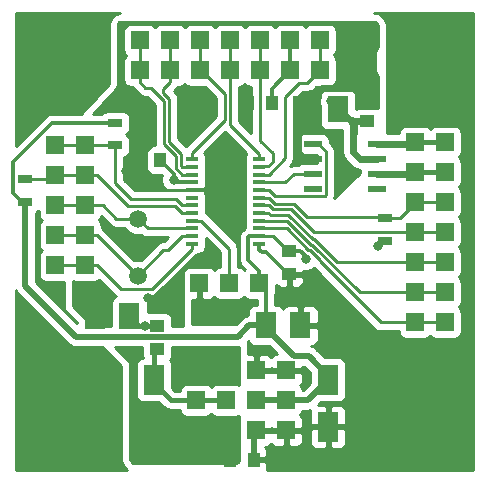
<source format=gbr>
G04 #@! TF.FileFunction,Copper,L2,Bot,Signal*
%FSLAX46Y46*%
G04 Gerber Fmt 4.6, Leading zero omitted, Abs format (unit mm)*
G04 Created by KiCad (PCBNEW 0.201512211246+6391~39~ubuntu15.10.1-stable) date St 23. prosinec 2015, 13:52:33 CET*
%MOMM*%
G01*
G04 APERTURE LIST*
%ADD10C,0.150000*%
%ADD11R,1.524000X1.524000*%
%ADD12R,1.800000X2.230000*%
%ADD13R,1.250000X1.000000*%
%ADD14R,1.000000X1.250000*%
%ADD15R,1.800860X2.499360*%
%ADD16C,6.000000*%
%ADD17R,1.300000X0.700000*%
%ADD18R,1.550000X0.600000*%
%ADD19R,1.100000X0.400000*%
%ADD20C,1.501140*%
%ADD21C,0.800000*%
%ADD22C,0.500000*%
%ADD23C,0.300000*%
%ADD24C,0.250000*%
%ADD25C,0.600000*%
%ADD26C,0.400000*%
%ADD27C,0.254000*%
G04 APERTURE END LIST*
D10*
D11*
X134033500Y-80202000D03*
X134033500Y-77662000D03*
D12*
X145082000Y-101792000D03*
X142162000Y-101792000D03*
D13*
X144130000Y-95458000D03*
X144130000Y-97458000D03*
X150734000Y-84504000D03*
X150734000Y-82504000D03*
D14*
X133192000Y-87822000D03*
X131192000Y-87822000D03*
D15*
X147432000Y-106397020D03*
X147432000Y-110394980D03*
X132700000Y-106397020D03*
X132700000Y-110394980D03*
D11*
X143876000Y-110682000D03*
X141336000Y-110682000D03*
X143876000Y-108142000D03*
X141336000Y-108142000D03*
X143876000Y-105602000D03*
X141336000Y-105602000D03*
X157338000Y-88838000D03*
X154798000Y-88838000D03*
X157338000Y-86298000D03*
X154798000Y-86298000D03*
X131493500Y-80202000D03*
X131493500Y-77662000D03*
X136573500Y-80202000D03*
X136573500Y-77662000D03*
X139113500Y-77662000D03*
X139113500Y-80202000D03*
X146748500Y-77660500D03*
X146748500Y-80200500D03*
X141653500Y-77662000D03*
X141653500Y-80202000D03*
X136510000Y-98236000D03*
X139050000Y-98236000D03*
X141590000Y-98236000D03*
X126858000Y-86552000D03*
X124318000Y-86552000D03*
X126858000Y-89092000D03*
X124318000Y-89092000D03*
X157338000Y-96458000D03*
X154798000Y-96458000D03*
X157338000Y-93918000D03*
X154798000Y-93918000D03*
X126858000Y-96712000D03*
X124318000Y-96712000D03*
X157338000Y-101538000D03*
X154798000Y-101538000D03*
X157338000Y-98998000D03*
X154798000Y-98998000D03*
X157338000Y-91378000D03*
X154798000Y-91378000D03*
X136256000Y-105602000D03*
X138796000Y-105602000D03*
X136256000Y-108142000D03*
X138796000Y-108142000D03*
X136256000Y-110682000D03*
X138796000Y-110682000D03*
X126858000Y-94172000D03*
X124318000Y-94172000D03*
X126858000Y-91632000D03*
X124318000Y-91632000D03*
D14*
X139144500Y-113157000D03*
X141144500Y-113157000D03*
D13*
X132954000Y-101808000D03*
X132954000Y-103808000D03*
D16*
X155560000Y-79440000D03*
X155560000Y-109920000D03*
X125080000Y-79440000D03*
X125080000Y-109920000D03*
D17*
X129398000Y-84652000D03*
X129398000Y-86552000D03*
X121778000Y-91312000D03*
X121778000Y-89412000D03*
X152258000Y-94614000D03*
X152258000Y-92714000D03*
D18*
X146129000Y-90235000D03*
X146129000Y-88965000D03*
X146129000Y-87695000D03*
X146129000Y-86425000D03*
X151529000Y-86425000D03*
X151529000Y-87695000D03*
X151529000Y-88965000D03*
X151529000Y-90235000D03*
D19*
X135885001Y-94881534D03*
X135885001Y-94231534D03*
X135885001Y-93581534D03*
X135885001Y-92931534D03*
X135885001Y-92281534D03*
X135885001Y-91631534D03*
X135885001Y-90981534D03*
X135885001Y-90331534D03*
X135885001Y-89681534D03*
X135885001Y-89031534D03*
X135885001Y-88381534D03*
X135885001Y-87731534D03*
X141585001Y-87731534D03*
X141585001Y-88381534D03*
X141585001Y-89031534D03*
X141585001Y-89681534D03*
X141585001Y-90331534D03*
X141585001Y-90981534D03*
X141585001Y-91631534D03*
X141585001Y-92281534D03*
X141585001Y-92931534D03*
X141585001Y-93581534D03*
X141585001Y-94231534D03*
X141585001Y-94881534D03*
D20*
X131303000Y-92747060D03*
X131303000Y-97628940D03*
D12*
X145337000Y-83504000D03*
X148257000Y-83504000D03*
X127684000Y-101030000D03*
X130604000Y-101030000D03*
D14*
X142668500Y-82931000D03*
X140668500Y-82931000D03*
D11*
X144208500Y-80200500D03*
X144208500Y-77660500D03*
X149288500Y-80200500D03*
X149288500Y-77660500D03*
D21*
X124079000Y-98996500D03*
X122809000Y-102298500D03*
X145542000Y-96139000D03*
X151623000Y-95061000D03*
X147701000Y-82804000D03*
X149542502Y-84582000D03*
X134351000Y-89472972D03*
X131886691Y-101808000D03*
X137731500Y-95885000D03*
X135826500Y-82931000D03*
X132334000Y-89789000D03*
X132207000Y-99504500D03*
X130937000Y-94996000D03*
X130873500Y-104219500D03*
X128333500Y-98933000D03*
X127684000Y-101030000D03*
X132700000Y-110394980D03*
X130287000Y-88711000D03*
X150431500Y-82550000D03*
X140447000Y-82869000D03*
X139431000Y-93029000D03*
X138669000Y-86298000D03*
X145337000Y-83504000D03*
X138033998Y-89600000D03*
D22*
X124079000Y-98996500D02*
X124269500Y-99187000D01*
X124269500Y-99187000D02*
X124269500Y-99377500D01*
X125080000Y-109920000D02*
X125080000Y-104569500D01*
X125080000Y-104569500D02*
X122809000Y-102298500D01*
X141144500Y-113157000D02*
X141144500Y-110873500D01*
X141144500Y-110873500D02*
X141336000Y-110682000D01*
D23*
X141585001Y-95381534D02*
X141822695Y-95619228D01*
X144130000Y-97458000D02*
X144005000Y-97458000D01*
X144005000Y-97458000D02*
X142166228Y-95619228D01*
X142166228Y-95619228D02*
X141822695Y-95619228D01*
X141585001Y-94881534D02*
X141585001Y-95381534D01*
X145055000Y-95458000D02*
X145542000Y-95945000D01*
X145542000Y-95945000D02*
X145542000Y-96139000D01*
X144130000Y-95458000D02*
X145055000Y-95458000D01*
X151623000Y-95061000D02*
X151811000Y-95061000D01*
X151811000Y-95061000D02*
X152258000Y-94614000D01*
D22*
X142162000Y-101792000D02*
X140762000Y-101792000D01*
X140762000Y-101792000D02*
X139795999Y-102758001D01*
X139795999Y-102758001D02*
X126046001Y-102758001D01*
X121778000Y-92162000D02*
X121778000Y-91312000D01*
X126046001Y-102758001D02*
X121778000Y-98490000D01*
X121778000Y-98490000D02*
X121778000Y-92162000D01*
X147432000Y-106397020D02*
X147432000Y-106047770D01*
X147432000Y-106047770D02*
X145774229Y-104389999D01*
X145774229Y-104389999D02*
X144544999Y-104389999D01*
X144544999Y-104389999D02*
X142162000Y-102007000D01*
X142162000Y-102007000D02*
X142162000Y-101792000D01*
X143876000Y-108142000D02*
X145687020Y-108142000D01*
X145687020Y-108142000D02*
X147432000Y-106397020D01*
X141336000Y-108142000D02*
X143876000Y-108142000D01*
D23*
X141585001Y-94231534D02*
X140735001Y-94231534D01*
X140735001Y-94231534D02*
X140685000Y-94281535D01*
X140685000Y-94281535D02*
X140685000Y-96269000D01*
X140685000Y-96269000D02*
X141590000Y-97174000D01*
X141590000Y-97174000D02*
X141590000Y-98236000D01*
X129398000Y-84652000D02*
X124063998Y-84652000D01*
X124063998Y-84652000D02*
X120777999Y-87937999D01*
X120777999Y-87937999D02*
X120777999Y-90611999D01*
X120777999Y-90611999D02*
X121478000Y-91312000D01*
X121478000Y-91312000D02*
X121778000Y-91312000D01*
D24*
X142778534Y-94231534D02*
X142385001Y-94231534D01*
X144130000Y-95458000D02*
X144005000Y-95458000D01*
X144005000Y-95458000D02*
X142778534Y-94231534D01*
X142385001Y-94231534D02*
X141585001Y-94231534D01*
D23*
X142162000Y-101792000D02*
X142162000Y-98808000D01*
X142162000Y-98808000D02*
X141590000Y-98236000D01*
D24*
X141590000Y-98236000D02*
X141590000Y-97224000D01*
D25*
X148100999Y-83203999D02*
X147701000Y-82804000D01*
X148354999Y-83521499D02*
X148354999Y-83457999D01*
X148354999Y-83457999D02*
X148100999Y-83203999D01*
X149337500Y-84504000D02*
X148672499Y-83838999D01*
X149591000Y-85536000D02*
X149591000Y-84757500D01*
X150734000Y-84504000D02*
X149337500Y-84504000D01*
X148354999Y-83621001D02*
X148354999Y-83521499D01*
X149591000Y-84757500D02*
X148672499Y-83838999D01*
X148257000Y-83719000D02*
X148354999Y-83621001D01*
X148672499Y-83838999D02*
X148354999Y-83521499D01*
X149542502Y-87083502D02*
X149542502Y-85147685D01*
X151529000Y-87695000D02*
X150154000Y-87695000D01*
X150154000Y-87695000D02*
X149542502Y-87083502D01*
X149542502Y-85147685D02*
X149542502Y-84582000D01*
D23*
X144208500Y-80200500D02*
X144208500Y-77660500D01*
X142668500Y-82931000D02*
X142668500Y-81740500D01*
X142668500Y-81740500D02*
X144208500Y-80200500D01*
D25*
X150609000Y-84504000D02*
X150734000Y-84504000D01*
D23*
X134351000Y-89472972D02*
X134559562Y-89681534D01*
X134559562Y-89681534D02*
X135885001Y-89681534D01*
X134351000Y-89472972D02*
X134351000Y-88981000D01*
X134351000Y-88981000D02*
X133192000Y-87822000D01*
D26*
X131886691Y-101808000D02*
X131382000Y-101808000D01*
X132954000Y-101808000D02*
X131886691Y-101808000D01*
X131382000Y-101808000D02*
X130604000Y-101030000D01*
D24*
X135885001Y-89681534D02*
X134926534Y-89681534D01*
X133192000Y-87947000D02*
X133192000Y-87822000D01*
D22*
X137165815Y-95885000D02*
X137731500Y-95885000D01*
X136392185Y-95885000D02*
X137165815Y-95885000D01*
X132207000Y-99504500D02*
X132772685Y-99504500D01*
X132772685Y-99504500D02*
X136392185Y-95885000D01*
D25*
X145337000Y-83504000D02*
X145337000Y-83289000D01*
X145337000Y-83289000D02*
X146912502Y-81713498D01*
X146912502Y-81713498D02*
X149594998Y-81713498D01*
X150031501Y-82150001D02*
X150431500Y-82550000D01*
X149594998Y-81713498D02*
X150031501Y-82150001D01*
D24*
X132733999Y-90188999D02*
X132334000Y-89789000D01*
X132876534Y-90331534D02*
X132733999Y-90188999D01*
X135885001Y-90331534D02*
X132876534Y-90331534D01*
D22*
X130937000Y-94996000D02*
X130937000Y-95377000D01*
X132700000Y-110394980D02*
X132700000Y-110045730D01*
X132700000Y-110045730D02*
X130873500Y-108219230D01*
X130873500Y-108219230D02*
X130873500Y-104219500D01*
D25*
X131176000Y-88711000D02*
X131176000Y-89838000D01*
X131176000Y-89838000D02*
X131192000Y-89854000D01*
D22*
X138796000Y-110682000D02*
X138796000Y-112808500D01*
X138796000Y-112808500D02*
X139144500Y-113157000D01*
X128166000Y-98933000D02*
X128333500Y-98933000D01*
X127684000Y-99415000D02*
X128166000Y-98933000D01*
X127684000Y-101030000D02*
X127684000Y-99415000D01*
D25*
X131176000Y-88711000D02*
X131176000Y-87838000D01*
X131176000Y-87838000D02*
X131192000Y-87822000D01*
X130287000Y-88711000D02*
X131176000Y-88711000D01*
X150477500Y-82504000D02*
X150431500Y-82550000D01*
X150734000Y-82504000D02*
X150477500Y-82504000D01*
D23*
X139031001Y-92629001D02*
X139431000Y-93029000D01*
X138033998Y-91631998D02*
X139031001Y-92629001D01*
X138033998Y-89600000D02*
X138033998Y-91631998D01*
X138033998Y-89600000D02*
X138033998Y-86933002D01*
X138033998Y-86933002D02*
X138669000Y-86298000D01*
D25*
X145337000Y-83504000D02*
X145337000Y-85219000D01*
X145337000Y-85219000D02*
X144853999Y-85702001D01*
X144853999Y-85702001D02*
X144853999Y-87125001D01*
X144853999Y-87125001D02*
X145423998Y-87695000D01*
X145423998Y-87695000D02*
X146129000Y-87695000D01*
D23*
X137302464Y-90331534D02*
X137633999Y-89999999D01*
X135885001Y-90331534D02*
X137302464Y-90331534D01*
X137633999Y-89999999D02*
X138033998Y-89600000D01*
D25*
X151529000Y-88965000D02*
X154671000Y-88965000D01*
X154671000Y-88965000D02*
X154798000Y-88838000D01*
D26*
X154798000Y-88838000D02*
X157338000Y-88838000D01*
D25*
X151529000Y-86425000D02*
X154671000Y-86425000D01*
X154671000Y-86425000D02*
X154798000Y-86298000D01*
D26*
X154798000Y-86298000D02*
X157338000Y-86298000D01*
D24*
X131493500Y-80202000D02*
X131493500Y-81214000D01*
X131493500Y-81214000D02*
X131940500Y-81661000D01*
X131940500Y-81661000D02*
X132397500Y-81661000D01*
X132397500Y-81661000D02*
X133540500Y-82804000D01*
X133540500Y-82804000D02*
X133540500Y-86460498D01*
X133540500Y-86460498D02*
X134559991Y-87479989D01*
X134559991Y-88506524D02*
X135085001Y-89031534D01*
X134559991Y-87479989D02*
X134559991Y-88506524D01*
X135085001Y-89031534D02*
X135885001Y-89031534D01*
X131493500Y-80202000D02*
X131493500Y-79190000D01*
X131493500Y-79190000D02*
X131493500Y-77662000D01*
X134033500Y-80202000D02*
X134033500Y-79190000D01*
X134033500Y-79190000D02*
X134033500Y-77662000D01*
X134033500Y-80202000D02*
X134033500Y-81214000D01*
X134033500Y-81214000D02*
X133477000Y-81770500D01*
X133477000Y-81770500D02*
X133477000Y-82104090D01*
X133477000Y-82104090D02*
X133990510Y-82617600D01*
X133990510Y-82617600D02*
X133990510Y-86274098D01*
X133990510Y-86274098D02*
X135010000Y-87293588D01*
X135010000Y-87293588D02*
X135010000Y-88306533D01*
X135010000Y-88306533D02*
X135085001Y-88381534D01*
X135085001Y-88381534D02*
X135885001Y-88381534D01*
X136573500Y-80202000D02*
X136573500Y-77662000D01*
X136573500Y-80202000D02*
X136653500Y-80202000D01*
X138669000Y-82217500D02*
X138669000Y-84393000D01*
X136653500Y-80202000D02*
X138669000Y-82217500D01*
X138669000Y-84393000D02*
X135885001Y-87176999D01*
X135885001Y-87176999D02*
X135885001Y-87731534D01*
X136573500Y-80202000D02*
X136573500Y-80249000D01*
X136827500Y-80456000D02*
X136573500Y-80202000D01*
X139113500Y-80202000D02*
X139113500Y-79190000D01*
X139113500Y-79190000D02*
X139113500Y-77662000D01*
X139113500Y-80202000D02*
X139113500Y-81214000D01*
X139113500Y-81214000D02*
X139128500Y-81229000D01*
X139128500Y-81229000D02*
X139128500Y-84825033D01*
X139128500Y-84825033D02*
X141585001Y-87281534D01*
X141585001Y-87281534D02*
X141585001Y-87731534D01*
X146748500Y-80200500D02*
X146748500Y-79188500D01*
X146748500Y-79188500D02*
X146748500Y-77660500D01*
X141585001Y-89031534D02*
X142385001Y-89031534D01*
X144953497Y-81287501D02*
X145661499Y-81287501D01*
X142385001Y-89031534D02*
X143764000Y-87652535D01*
X143764000Y-87652535D02*
X143764000Y-82476998D01*
X143764000Y-82476998D02*
X144953497Y-81287501D01*
X145661499Y-81287501D02*
X146748500Y-80200500D01*
X141653500Y-86154500D02*
X142733000Y-87234000D01*
X142733000Y-87234000D02*
X142733000Y-87918537D01*
X141653500Y-80202000D02*
X141653500Y-86154500D01*
X141653500Y-77662000D02*
X141653500Y-78674000D01*
X141653500Y-78674000D02*
X141653500Y-80202000D01*
X141160011Y-88306544D02*
X142344993Y-88306544D01*
X142344993Y-88306544D02*
X142733000Y-87918537D01*
X141585001Y-88381534D02*
X141160011Y-88381534D01*
X141160011Y-88381534D02*
X141160011Y-88306544D01*
X135885001Y-92931534D02*
X136685001Y-92931534D01*
X136685001Y-92931534D02*
X139050000Y-95296533D01*
X139050000Y-95296533D02*
X139050000Y-97224000D01*
X139050000Y-97224000D02*
X139050000Y-98236000D01*
X135885001Y-91631534D02*
X135085001Y-91631534D01*
X130751998Y-91124000D02*
X129398000Y-89770002D01*
X135085001Y-91631534D02*
X134577467Y-91124000D01*
X134577467Y-91124000D02*
X130751998Y-91124000D01*
X129398000Y-89770002D02*
X129398000Y-87152000D01*
X129398000Y-87152000D02*
X129398000Y-86552000D01*
X126858000Y-86552000D02*
X124318000Y-86552000D01*
X129398000Y-86552000D02*
X128498000Y-86552000D01*
X128498000Y-86552000D02*
X126858000Y-86552000D01*
X124318000Y-89092000D02*
X125330000Y-89092000D01*
X125330000Y-89092000D02*
X126858000Y-89092000D01*
X121778000Y-89412000D02*
X123998000Y-89412000D01*
X123998000Y-89412000D02*
X124318000Y-89092000D01*
X126858000Y-89092000D02*
X127870000Y-89092000D01*
X134474956Y-91671489D02*
X135085001Y-92281534D01*
X127870000Y-89092000D02*
X130449489Y-91671489D01*
X130449489Y-91671489D02*
X134474956Y-91671489D01*
X135085001Y-92281534D02*
X135885001Y-92281534D01*
X153786000Y-96458000D02*
X154798000Y-96458000D01*
X146168801Y-94513977D02*
X146262801Y-94513977D01*
X141585001Y-92281534D02*
X142385001Y-92281534D01*
X142508489Y-92405022D02*
X144059846Y-92405022D01*
X146262801Y-94513977D02*
X148206824Y-96458000D01*
X144059846Y-92405022D02*
X146168801Y-94513977D01*
X148206824Y-96458000D02*
X153786000Y-96458000D01*
X142385001Y-92281534D02*
X142508489Y-92405022D01*
X154798000Y-96458000D02*
X155810000Y-96458000D01*
X155810000Y-96458000D02*
X157338000Y-96458000D01*
X151909999Y-93888999D02*
X153756999Y-93888999D01*
X151880998Y-93918000D02*
X151909999Y-93888999D01*
X144269007Y-91955011D02*
X146231996Y-93918000D01*
X146231996Y-93918000D02*
X151880998Y-93918000D01*
X142722067Y-91955011D02*
X144269007Y-91955011D01*
X141585001Y-91631534D02*
X142398590Y-91631534D01*
X142398590Y-91631534D02*
X142722067Y-91955011D01*
X153786000Y-93918000D02*
X154798000Y-93918000D01*
X153756999Y-93888999D02*
X153786000Y-93918000D01*
X157338000Y-93918000D02*
X154798000Y-93918000D01*
X126858000Y-96712000D02*
X124318000Y-96712000D01*
X126858000Y-96712000D02*
X127870000Y-96712000D01*
X127870000Y-96712000D02*
X129862511Y-98704511D01*
X132512024Y-98704511D02*
X135885001Y-95331534D01*
X129862511Y-98704511D02*
X132512024Y-98704511D01*
X135885001Y-95331534D02*
X135885001Y-94881534D01*
X145751588Y-95413999D02*
X145890001Y-95413999D01*
X141585001Y-93581534D02*
X143919123Y-93581534D01*
X153786000Y-101538000D02*
X154798000Y-101538000D01*
X145890001Y-95413999D02*
X146711501Y-96235499D01*
X146711501Y-96373912D02*
X151875589Y-101538000D01*
X146711501Y-96235499D02*
X146711501Y-96373912D01*
X151875589Y-101538000D02*
X153786000Y-101538000D01*
X143919123Y-93581534D02*
X145751588Y-95413999D01*
X154798000Y-101538000D02*
X155810000Y-101538000D01*
X155810000Y-101538000D02*
X157338000Y-101538000D01*
X142385001Y-92931534D02*
X141585001Y-92931534D01*
X146076401Y-94963988D02*
X145937988Y-94963988D01*
X150110413Y-98998000D02*
X146076401Y-94963988D01*
X143905534Y-92931534D02*
X142385001Y-92931534D01*
X154798000Y-98998000D02*
X150110413Y-98998000D01*
X145937988Y-94963988D02*
X143905534Y-92931534D01*
X157338000Y-98998000D02*
X154798000Y-98998000D01*
X154798000Y-91391500D02*
X153475500Y-92714000D01*
X153475500Y-92714000D02*
X152258000Y-92714000D01*
X154798000Y-91378000D02*
X154798000Y-91391500D01*
X152512000Y-92648000D02*
X145654000Y-92648000D01*
X145654000Y-92648000D02*
X144511000Y-91505000D01*
X144511000Y-91505000D02*
X142908467Y-91505000D01*
X142908467Y-91505000D02*
X142385001Y-90981534D01*
X142385001Y-90981534D02*
X141585001Y-90981534D01*
X154798000Y-91378000D02*
X155810000Y-91378000D01*
X155810000Y-91378000D02*
X157338000Y-91378000D01*
X124318000Y-94172000D02*
X125330000Y-94172000D01*
X125330000Y-94172000D02*
X126858000Y-94172000D01*
X131303000Y-97628940D02*
X127846060Y-94172000D01*
X127846060Y-94172000D02*
X126858000Y-94172000D01*
X133874535Y-95442000D02*
X133489940Y-95442000D01*
X133489940Y-95442000D02*
X131303000Y-97628940D01*
X135085001Y-94231534D02*
X133874535Y-95442000D01*
X135885001Y-94231534D02*
X135085001Y-94231534D01*
X126858000Y-91632000D02*
X125846000Y-91632000D01*
X125846000Y-91632000D02*
X124318000Y-91632000D01*
X129497060Y-92747060D02*
X128382000Y-91632000D01*
X128382000Y-91632000D02*
X126858000Y-91632000D01*
X131303000Y-92747060D02*
X129497060Y-92747060D01*
X135885001Y-93581534D02*
X132137474Y-93581534D01*
X132137474Y-93581534D02*
X131303000Y-92747060D01*
X143794466Y-89681534D02*
X144511000Y-88965000D01*
X144511000Y-88965000D02*
X146129000Y-88965000D01*
X143794466Y-89681534D02*
X141585001Y-89681534D01*
X142913468Y-90860001D02*
X147164001Y-90860001D01*
X147164001Y-90860001D02*
X147229001Y-90795001D01*
X147229001Y-90795001D02*
X147229001Y-87050001D01*
X147229001Y-87050001D02*
X146604000Y-86425000D01*
X146604000Y-86425000D02*
X146129000Y-86425000D01*
X141585001Y-90331534D02*
X142385001Y-90331534D01*
X142385001Y-90331534D02*
X142913468Y-90860001D01*
D26*
X132700000Y-106397020D02*
X132700000Y-104062000D01*
X132700000Y-104062000D02*
X132954000Y-103808000D01*
X136256000Y-108142000D02*
X134095730Y-108142000D01*
X134095730Y-108142000D02*
X132700000Y-106746270D01*
X132700000Y-106746270D02*
X132700000Y-106397020D01*
X138796000Y-108142000D02*
X136256000Y-108142000D01*
D27*
G36*
X121125841Y-99076326D02*
X121152210Y-99115790D01*
X125420209Y-103383788D01*
X125420211Y-103383791D01*
X125707326Y-103575634D01*
X125763517Y-103586811D01*
X126046001Y-103643002D01*
X126046006Y-103643001D01*
X128288157Y-103643001D01*
X129921000Y-105233433D01*
X129921000Y-113101500D01*
X129933201Y-113225381D01*
X129971261Y-113416723D01*
X130066078Y-113645632D01*
X130174465Y-113807843D01*
X130349657Y-113983035D01*
X130428924Y-114036000D01*
X120964000Y-114036000D01*
X120964000Y-98834112D01*
X121125841Y-99076326D01*
X121125841Y-99076326D01*
G37*
X121125841Y-99076326D02*
X121152210Y-99115790D01*
X125420209Y-103383788D01*
X125420211Y-103383791D01*
X125707326Y-103575634D01*
X125763517Y-103586811D01*
X126046001Y-103643002D01*
X126046006Y-103643001D01*
X128288157Y-103643001D01*
X129921000Y-105233433D01*
X129921000Y-113101500D01*
X129933201Y-113225381D01*
X129971261Y-113416723D01*
X130066078Y-113645632D01*
X130174465Y-113807843D01*
X130349657Y-113983035D01*
X130428924Y-114036000D01*
X120964000Y-114036000D01*
X120964000Y-98834112D01*
X121125841Y-99076326D01*
G36*
X159676000Y-114036000D02*
X142226609Y-114036000D01*
X142279500Y-113908310D01*
X142279500Y-113442750D01*
X142120750Y-113284000D01*
X141271500Y-113284000D01*
X141271500Y-113304000D01*
X141017500Y-113304000D01*
X141017500Y-113284000D01*
X140997500Y-113284000D01*
X140997500Y-113030000D01*
X141017500Y-113030000D01*
X141017500Y-113010000D01*
X141271500Y-113010000D01*
X141271500Y-113030000D01*
X142120750Y-113030000D01*
X142279500Y-112871250D01*
X142279500Y-112405690D01*
X142182827Y-112172301D01*
X142089525Y-112079000D01*
X142224309Y-112079000D01*
X142457698Y-111982327D01*
X142606000Y-111834026D01*
X142754302Y-111982327D01*
X142987691Y-112079000D01*
X143590250Y-112079000D01*
X143749000Y-111920250D01*
X143749000Y-110809000D01*
X144003000Y-110809000D01*
X144003000Y-111920250D01*
X144161750Y-112079000D01*
X144764309Y-112079000D01*
X144997698Y-111982327D01*
X145176327Y-111803699D01*
X145273000Y-111570310D01*
X145273000Y-110967750D01*
X145114250Y-110809000D01*
X144003000Y-110809000D01*
X143749000Y-110809000D01*
X142637750Y-110809000D01*
X142606000Y-110840750D01*
X142574250Y-110809000D01*
X141463000Y-110809000D01*
X141463000Y-110829000D01*
X141209000Y-110829000D01*
X141209000Y-110809000D01*
X141189000Y-110809000D01*
X141189000Y-110680730D01*
X145896570Y-110680730D01*
X145896570Y-111770969D01*
X145993243Y-112004358D01*
X146171871Y-112182987D01*
X146405260Y-112279660D01*
X147146250Y-112279660D01*
X147305000Y-112120910D01*
X147305000Y-110521980D01*
X147559000Y-110521980D01*
X147559000Y-112120910D01*
X147717750Y-112279660D01*
X148458740Y-112279660D01*
X148692129Y-112182987D01*
X148870757Y-112004358D01*
X148967430Y-111770969D01*
X148967430Y-110680730D01*
X148808680Y-110521980D01*
X147559000Y-110521980D01*
X147305000Y-110521980D01*
X146055320Y-110521980D01*
X145896570Y-110680730D01*
X141189000Y-110680730D01*
X141189000Y-110555000D01*
X141209000Y-110555000D01*
X141209000Y-110535000D01*
X141463000Y-110535000D01*
X141463000Y-110555000D01*
X142574250Y-110555000D01*
X142606000Y-110523250D01*
X142637750Y-110555000D01*
X143749000Y-110555000D01*
X143749000Y-110535000D01*
X144003000Y-110535000D01*
X144003000Y-110555000D01*
X145114250Y-110555000D01*
X145273000Y-110396250D01*
X145273000Y-109793690D01*
X145176327Y-109560301D01*
X145025354Y-109409329D01*
X145089441Y-109368090D01*
X145234431Y-109155890D01*
X145260532Y-109027000D01*
X145687015Y-109027000D01*
X145687020Y-109027001D01*
X145911770Y-108982294D01*
X145896570Y-109018991D01*
X145896570Y-110109230D01*
X146055320Y-110267980D01*
X147305000Y-110267980D01*
X147305000Y-108669050D01*
X147559000Y-108669050D01*
X147559000Y-110267980D01*
X148808680Y-110267980D01*
X148967430Y-110109230D01*
X148967430Y-109018991D01*
X148870757Y-108785602D01*
X148692129Y-108606973D01*
X148458740Y-108510300D01*
X147717750Y-108510300D01*
X147559000Y-108669050D01*
X147305000Y-108669050D01*
X147146250Y-108510300D01*
X146570300Y-108510300D01*
X146786460Y-108294140D01*
X148332430Y-108294140D01*
X148567747Y-108249862D01*
X148783871Y-108110790D01*
X148928861Y-107898590D01*
X148979870Y-107646700D01*
X148979870Y-105147340D01*
X148935592Y-104912023D01*
X148796520Y-104695899D01*
X148584320Y-104550909D01*
X148332430Y-104499900D01*
X147135710Y-104499900D01*
X146400019Y-103764209D01*
X146367468Y-103742459D01*
X146112904Y-103572366D01*
X146056713Y-103561189D01*
X145960246Y-103542000D01*
X146108309Y-103542000D01*
X146341698Y-103445327D01*
X146520327Y-103266699D01*
X146617000Y-103033310D01*
X146617000Y-102077750D01*
X146458250Y-101919000D01*
X145209000Y-101919000D01*
X145209000Y-101939000D01*
X144955000Y-101939000D01*
X144955000Y-101919000D01*
X144935000Y-101919000D01*
X144935000Y-101665000D01*
X144955000Y-101665000D01*
X144955000Y-100200750D01*
X145209000Y-100200750D01*
X145209000Y-101665000D01*
X146458250Y-101665000D01*
X146617000Y-101506250D01*
X146617000Y-100550690D01*
X146520327Y-100317301D01*
X146341698Y-100138673D01*
X146108309Y-100042000D01*
X145367750Y-100042000D01*
X145209000Y-100200750D01*
X144955000Y-100200750D01*
X144796250Y-100042000D01*
X144055691Y-100042000D01*
X143822302Y-100138673D01*
X143643673Y-100317301D01*
X143620744Y-100372656D01*
X143526090Y-100225559D01*
X143313890Y-100080569D01*
X143062000Y-100029560D01*
X142947000Y-100029560D01*
X142947000Y-99251984D01*
X142948431Y-99249890D01*
X142999440Y-98998000D01*
X142999440Y-98350465D01*
X143145301Y-98496327D01*
X143378690Y-98593000D01*
X143844250Y-98593000D01*
X144003000Y-98434250D01*
X144003000Y-97585000D01*
X144257000Y-97585000D01*
X144257000Y-98434250D01*
X144415750Y-98593000D01*
X144881310Y-98593000D01*
X145114699Y-98496327D01*
X145293327Y-98317698D01*
X145390000Y-98084309D01*
X145390000Y-97743750D01*
X145231250Y-97585000D01*
X144257000Y-97585000D01*
X144003000Y-97585000D01*
X143983000Y-97585000D01*
X143983000Y-97331000D01*
X144003000Y-97331000D01*
X144003000Y-97311000D01*
X144257000Y-97311000D01*
X144257000Y-97331000D01*
X145231250Y-97331000D01*
X145388384Y-97173866D01*
X145746971Y-97174179D01*
X146127515Y-97016942D01*
X146203688Y-96940901D01*
X151338188Y-102075401D01*
X151584749Y-102240148D01*
X151875589Y-102298000D01*
X153388560Y-102298000D01*
X153388560Y-102300000D01*
X153432838Y-102535317D01*
X153571910Y-102751441D01*
X153784110Y-102896431D01*
X154036000Y-102947440D01*
X155560000Y-102947440D01*
X155795317Y-102903162D01*
X156011441Y-102764090D01*
X156067374Y-102682230D01*
X156111910Y-102751441D01*
X156324110Y-102896431D01*
X156576000Y-102947440D01*
X158100000Y-102947440D01*
X158335317Y-102903162D01*
X158551441Y-102764090D01*
X158696431Y-102551890D01*
X158747440Y-102300000D01*
X158747440Y-100776000D01*
X158703162Y-100540683D01*
X158564090Y-100324559D01*
X158482230Y-100268626D01*
X158551441Y-100224090D01*
X158696431Y-100011890D01*
X158747440Y-99760000D01*
X158747440Y-98236000D01*
X158703162Y-98000683D01*
X158564090Y-97784559D01*
X158482230Y-97728626D01*
X158551441Y-97684090D01*
X158696431Y-97471890D01*
X158747440Y-97220000D01*
X158747440Y-95696000D01*
X158703162Y-95460683D01*
X158564090Y-95244559D01*
X158482230Y-95188626D01*
X158551441Y-95144090D01*
X158696431Y-94931890D01*
X158747440Y-94680000D01*
X158747440Y-93156000D01*
X158703162Y-92920683D01*
X158564090Y-92704559D01*
X158482230Y-92648626D01*
X158551441Y-92604090D01*
X158696431Y-92391890D01*
X158747440Y-92140000D01*
X158747440Y-90616000D01*
X158703162Y-90380683D01*
X158564090Y-90164559D01*
X158482230Y-90108626D01*
X158551441Y-90064090D01*
X158696431Y-89851890D01*
X158747440Y-89600000D01*
X158747440Y-88076000D01*
X158703162Y-87840683D01*
X158564090Y-87624559D01*
X158482230Y-87568626D01*
X158551441Y-87524090D01*
X158696431Y-87311890D01*
X158747440Y-87060000D01*
X158747440Y-85536000D01*
X158703162Y-85300683D01*
X158564090Y-85084559D01*
X158351890Y-84939569D01*
X158100000Y-84888560D01*
X156576000Y-84888560D01*
X156340683Y-84932838D01*
X156124559Y-85071910D01*
X156068626Y-85153770D01*
X156024090Y-85084559D01*
X155811890Y-84939569D01*
X155560000Y-84888560D01*
X154036000Y-84888560D01*
X153800683Y-84932838D01*
X153584559Y-85071910D01*
X153439569Y-85284110D01*
X153397875Y-85490000D01*
X152400000Y-85490000D01*
X152400000Y-76453149D01*
X152387809Y-76329317D01*
X152349780Y-76138052D01*
X152255042Y-75909228D01*
X152146741Y-75747057D01*
X151971677Y-75571877D01*
X151809578Y-75463468D01*
X151580814Y-75368577D01*
X151389574Y-75330422D01*
X151324782Y-75324000D01*
X159676000Y-75324000D01*
X159676000Y-114036000D01*
X159676000Y-114036000D01*
G37*
X159676000Y-114036000D02*
X142226609Y-114036000D01*
X142279500Y-113908310D01*
X142279500Y-113442750D01*
X142120750Y-113284000D01*
X141271500Y-113284000D01*
X141271500Y-113304000D01*
X141017500Y-113304000D01*
X141017500Y-113284000D01*
X140997500Y-113284000D01*
X140997500Y-113030000D01*
X141017500Y-113030000D01*
X141017500Y-113010000D01*
X141271500Y-113010000D01*
X141271500Y-113030000D01*
X142120750Y-113030000D01*
X142279500Y-112871250D01*
X142279500Y-112405690D01*
X142182827Y-112172301D01*
X142089525Y-112079000D01*
X142224309Y-112079000D01*
X142457698Y-111982327D01*
X142606000Y-111834026D01*
X142754302Y-111982327D01*
X142987691Y-112079000D01*
X143590250Y-112079000D01*
X143749000Y-111920250D01*
X143749000Y-110809000D01*
X144003000Y-110809000D01*
X144003000Y-111920250D01*
X144161750Y-112079000D01*
X144764309Y-112079000D01*
X144997698Y-111982327D01*
X145176327Y-111803699D01*
X145273000Y-111570310D01*
X145273000Y-110967750D01*
X145114250Y-110809000D01*
X144003000Y-110809000D01*
X143749000Y-110809000D01*
X142637750Y-110809000D01*
X142606000Y-110840750D01*
X142574250Y-110809000D01*
X141463000Y-110809000D01*
X141463000Y-110829000D01*
X141209000Y-110829000D01*
X141209000Y-110809000D01*
X141189000Y-110809000D01*
X141189000Y-110680730D01*
X145896570Y-110680730D01*
X145896570Y-111770969D01*
X145993243Y-112004358D01*
X146171871Y-112182987D01*
X146405260Y-112279660D01*
X147146250Y-112279660D01*
X147305000Y-112120910D01*
X147305000Y-110521980D01*
X147559000Y-110521980D01*
X147559000Y-112120910D01*
X147717750Y-112279660D01*
X148458740Y-112279660D01*
X148692129Y-112182987D01*
X148870757Y-112004358D01*
X148967430Y-111770969D01*
X148967430Y-110680730D01*
X148808680Y-110521980D01*
X147559000Y-110521980D01*
X147305000Y-110521980D01*
X146055320Y-110521980D01*
X145896570Y-110680730D01*
X141189000Y-110680730D01*
X141189000Y-110555000D01*
X141209000Y-110555000D01*
X141209000Y-110535000D01*
X141463000Y-110535000D01*
X141463000Y-110555000D01*
X142574250Y-110555000D01*
X142606000Y-110523250D01*
X142637750Y-110555000D01*
X143749000Y-110555000D01*
X143749000Y-110535000D01*
X144003000Y-110535000D01*
X144003000Y-110555000D01*
X145114250Y-110555000D01*
X145273000Y-110396250D01*
X145273000Y-109793690D01*
X145176327Y-109560301D01*
X145025354Y-109409329D01*
X145089441Y-109368090D01*
X145234431Y-109155890D01*
X145260532Y-109027000D01*
X145687015Y-109027000D01*
X145687020Y-109027001D01*
X145911770Y-108982294D01*
X145896570Y-109018991D01*
X145896570Y-110109230D01*
X146055320Y-110267980D01*
X147305000Y-110267980D01*
X147305000Y-108669050D01*
X147559000Y-108669050D01*
X147559000Y-110267980D01*
X148808680Y-110267980D01*
X148967430Y-110109230D01*
X148967430Y-109018991D01*
X148870757Y-108785602D01*
X148692129Y-108606973D01*
X148458740Y-108510300D01*
X147717750Y-108510300D01*
X147559000Y-108669050D01*
X147305000Y-108669050D01*
X147146250Y-108510300D01*
X146570300Y-108510300D01*
X146786460Y-108294140D01*
X148332430Y-108294140D01*
X148567747Y-108249862D01*
X148783871Y-108110790D01*
X148928861Y-107898590D01*
X148979870Y-107646700D01*
X148979870Y-105147340D01*
X148935592Y-104912023D01*
X148796520Y-104695899D01*
X148584320Y-104550909D01*
X148332430Y-104499900D01*
X147135710Y-104499900D01*
X146400019Y-103764209D01*
X146367468Y-103742459D01*
X146112904Y-103572366D01*
X146056713Y-103561189D01*
X145960246Y-103542000D01*
X146108309Y-103542000D01*
X146341698Y-103445327D01*
X146520327Y-103266699D01*
X146617000Y-103033310D01*
X146617000Y-102077750D01*
X146458250Y-101919000D01*
X145209000Y-101919000D01*
X145209000Y-101939000D01*
X144955000Y-101939000D01*
X144955000Y-101919000D01*
X144935000Y-101919000D01*
X144935000Y-101665000D01*
X144955000Y-101665000D01*
X144955000Y-100200750D01*
X145209000Y-100200750D01*
X145209000Y-101665000D01*
X146458250Y-101665000D01*
X146617000Y-101506250D01*
X146617000Y-100550690D01*
X146520327Y-100317301D01*
X146341698Y-100138673D01*
X146108309Y-100042000D01*
X145367750Y-100042000D01*
X145209000Y-100200750D01*
X144955000Y-100200750D01*
X144796250Y-100042000D01*
X144055691Y-100042000D01*
X143822302Y-100138673D01*
X143643673Y-100317301D01*
X143620744Y-100372656D01*
X143526090Y-100225559D01*
X143313890Y-100080569D01*
X143062000Y-100029560D01*
X142947000Y-100029560D01*
X142947000Y-99251984D01*
X142948431Y-99249890D01*
X142999440Y-98998000D01*
X142999440Y-98350465D01*
X143145301Y-98496327D01*
X143378690Y-98593000D01*
X143844250Y-98593000D01*
X144003000Y-98434250D01*
X144003000Y-97585000D01*
X144257000Y-97585000D01*
X144257000Y-98434250D01*
X144415750Y-98593000D01*
X144881310Y-98593000D01*
X145114699Y-98496327D01*
X145293327Y-98317698D01*
X145390000Y-98084309D01*
X145390000Y-97743750D01*
X145231250Y-97585000D01*
X144257000Y-97585000D01*
X144003000Y-97585000D01*
X143983000Y-97585000D01*
X143983000Y-97331000D01*
X144003000Y-97331000D01*
X144003000Y-97311000D01*
X144257000Y-97311000D01*
X144257000Y-97331000D01*
X145231250Y-97331000D01*
X145388384Y-97173866D01*
X145746971Y-97174179D01*
X146127515Y-97016942D01*
X146203688Y-96940901D01*
X151338188Y-102075401D01*
X151584749Y-102240148D01*
X151875589Y-102298000D01*
X153388560Y-102298000D01*
X153388560Y-102300000D01*
X153432838Y-102535317D01*
X153571910Y-102751441D01*
X153784110Y-102896431D01*
X154036000Y-102947440D01*
X155560000Y-102947440D01*
X155795317Y-102903162D01*
X156011441Y-102764090D01*
X156067374Y-102682230D01*
X156111910Y-102751441D01*
X156324110Y-102896431D01*
X156576000Y-102947440D01*
X158100000Y-102947440D01*
X158335317Y-102903162D01*
X158551441Y-102764090D01*
X158696431Y-102551890D01*
X158747440Y-102300000D01*
X158747440Y-100776000D01*
X158703162Y-100540683D01*
X158564090Y-100324559D01*
X158482230Y-100268626D01*
X158551441Y-100224090D01*
X158696431Y-100011890D01*
X158747440Y-99760000D01*
X158747440Y-98236000D01*
X158703162Y-98000683D01*
X158564090Y-97784559D01*
X158482230Y-97728626D01*
X158551441Y-97684090D01*
X158696431Y-97471890D01*
X158747440Y-97220000D01*
X158747440Y-95696000D01*
X158703162Y-95460683D01*
X158564090Y-95244559D01*
X158482230Y-95188626D01*
X158551441Y-95144090D01*
X158696431Y-94931890D01*
X158747440Y-94680000D01*
X158747440Y-93156000D01*
X158703162Y-92920683D01*
X158564090Y-92704559D01*
X158482230Y-92648626D01*
X158551441Y-92604090D01*
X158696431Y-92391890D01*
X158747440Y-92140000D01*
X158747440Y-90616000D01*
X158703162Y-90380683D01*
X158564090Y-90164559D01*
X158482230Y-90108626D01*
X158551441Y-90064090D01*
X158696431Y-89851890D01*
X158747440Y-89600000D01*
X158747440Y-88076000D01*
X158703162Y-87840683D01*
X158564090Y-87624559D01*
X158482230Y-87568626D01*
X158551441Y-87524090D01*
X158696431Y-87311890D01*
X158747440Y-87060000D01*
X158747440Y-85536000D01*
X158703162Y-85300683D01*
X158564090Y-85084559D01*
X158351890Y-84939569D01*
X158100000Y-84888560D01*
X156576000Y-84888560D01*
X156340683Y-84932838D01*
X156124559Y-85071910D01*
X156068626Y-85153770D01*
X156024090Y-85084559D01*
X155811890Y-84939569D01*
X155560000Y-84888560D01*
X154036000Y-84888560D01*
X153800683Y-84932838D01*
X153584559Y-85071910D01*
X153439569Y-85284110D01*
X153397875Y-85490000D01*
X152400000Y-85490000D01*
X152400000Y-76453149D01*
X152387809Y-76329317D01*
X152349780Y-76138052D01*
X152255042Y-75909228D01*
X152146741Y-75747057D01*
X151971677Y-75571877D01*
X151809578Y-75463468D01*
X151580814Y-75368577D01*
X151389574Y-75330422D01*
X151324782Y-75324000D01*
X159676000Y-75324000D01*
X159676000Y-114036000D01*
G36*
X140797910Y-103358441D02*
X141010110Y-103503431D01*
X141262000Y-103554440D01*
X142457860Y-103554440D01*
X143108421Y-104205000D01*
X142987691Y-104205000D01*
X142754302Y-104301673D01*
X142606000Y-104449974D01*
X142457698Y-104301673D01*
X142224309Y-104205000D01*
X141621750Y-104205000D01*
X141463000Y-104363750D01*
X141463000Y-105475000D01*
X142574250Y-105475000D01*
X142606000Y-105443250D01*
X142637750Y-105475000D01*
X143749000Y-105475000D01*
X143749000Y-105455000D01*
X144003000Y-105455000D01*
X144003000Y-105475000D01*
X145114250Y-105475000D01*
X145273000Y-105316250D01*
X145273000Y-105274999D01*
X145407649Y-105274999D01*
X145884130Y-105751480D01*
X145884130Y-106693310D01*
X145320440Y-107257000D01*
X145262296Y-107257000D01*
X145241162Y-107144683D01*
X145102090Y-106928559D01*
X145024489Y-106875536D01*
X145176327Y-106723699D01*
X145273000Y-106490310D01*
X145273000Y-105887750D01*
X145114250Y-105729000D01*
X144003000Y-105729000D01*
X144003000Y-105749000D01*
X143749000Y-105749000D01*
X143749000Y-105729000D01*
X142637750Y-105729000D01*
X142606000Y-105760750D01*
X142574250Y-105729000D01*
X141463000Y-105729000D01*
X141463000Y-105749000D01*
X141209000Y-105749000D01*
X141209000Y-105729000D01*
X141189000Y-105729000D01*
X141189000Y-105475000D01*
X141209000Y-105475000D01*
X141209000Y-104363750D01*
X141050250Y-104205000D01*
X140652500Y-104205000D01*
X140652500Y-103153080D01*
X140660570Y-103145009D01*
X140797910Y-103358441D01*
X140797910Y-103358441D01*
G37*
X140797910Y-103358441D02*
X141010110Y-103503431D01*
X141262000Y-103554440D01*
X142457860Y-103554440D01*
X143108421Y-104205000D01*
X142987691Y-104205000D01*
X142754302Y-104301673D01*
X142606000Y-104449974D01*
X142457698Y-104301673D01*
X142224309Y-104205000D01*
X141621750Y-104205000D01*
X141463000Y-104363750D01*
X141463000Y-105475000D01*
X142574250Y-105475000D01*
X142606000Y-105443250D01*
X142637750Y-105475000D01*
X143749000Y-105475000D01*
X143749000Y-105455000D01*
X144003000Y-105455000D01*
X144003000Y-105475000D01*
X145114250Y-105475000D01*
X145273000Y-105316250D01*
X145273000Y-105274999D01*
X145407649Y-105274999D01*
X145884130Y-105751480D01*
X145884130Y-106693310D01*
X145320440Y-107257000D01*
X145262296Y-107257000D01*
X145241162Y-107144683D01*
X145102090Y-106928559D01*
X145024489Y-106875536D01*
X145176327Y-106723699D01*
X145273000Y-106490310D01*
X145273000Y-105887750D01*
X145114250Y-105729000D01*
X144003000Y-105729000D01*
X144003000Y-105749000D01*
X143749000Y-105749000D01*
X143749000Y-105729000D01*
X142637750Y-105729000D01*
X142606000Y-105760750D01*
X142574250Y-105729000D01*
X141463000Y-105729000D01*
X141463000Y-105749000D01*
X141209000Y-105749000D01*
X141209000Y-105729000D01*
X141189000Y-105729000D01*
X141189000Y-105475000D01*
X141209000Y-105475000D01*
X141209000Y-104363750D01*
X141050250Y-104205000D01*
X140652500Y-104205000D01*
X140652500Y-103153080D01*
X140660570Y-103145009D01*
X140797910Y-103358441D01*
G36*
X136637000Y-98109000D02*
X136657000Y-98109000D01*
X136657000Y-98363000D01*
X136637000Y-98363000D01*
X136637000Y-99474250D01*
X136795750Y-99633000D01*
X137398310Y-99633000D01*
X137631699Y-99536327D01*
X137782671Y-99385354D01*
X137823910Y-99449441D01*
X138036110Y-99594431D01*
X138288000Y-99645440D01*
X139812000Y-99645440D01*
X140047317Y-99601162D01*
X140263441Y-99462090D01*
X140319374Y-99380230D01*
X140363910Y-99449441D01*
X140576110Y-99594431D01*
X140828000Y-99645440D01*
X141377000Y-99645440D01*
X141377000Y-100029560D01*
X141262000Y-100029560D01*
X141026683Y-100073838D01*
X140810559Y-100212910D01*
X140665569Y-100425110D01*
X140614560Y-100677000D01*
X140614560Y-100936327D01*
X140479516Y-100963190D01*
X140423325Y-100974367D01*
X140136210Y-101166210D01*
X140136208Y-101166213D01*
X139628034Y-101674386D01*
X139517500Y-101663500D01*
X135890000Y-101663500D01*
X135890000Y-99633000D01*
X136224250Y-99633000D01*
X136383000Y-99474250D01*
X136383000Y-98363000D01*
X136363000Y-98363000D01*
X136363000Y-98109000D01*
X136383000Y-98109000D01*
X136383000Y-98089000D01*
X136637000Y-98089000D01*
X136637000Y-98109000D01*
X136637000Y-98109000D01*
G37*
X136637000Y-98109000D02*
X136657000Y-98109000D01*
X136657000Y-98363000D01*
X136637000Y-98363000D01*
X136637000Y-99474250D01*
X136795750Y-99633000D01*
X137398310Y-99633000D01*
X137631699Y-99536327D01*
X137782671Y-99385354D01*
X137823910Y-99449441D01*
X138036110Y-99594431D01*
X138288000Y-99645440D01*
X139812000Y-99645440D01*
X140047317Y-99601162D01*
X140263441Y-99462090D01*
X140319374Y-99380230D01*
X140363910Y-99449441D01*
X140576110Y-99594431D01*
X140828000Y-99645440D01*
X141377000Y-99645440D01*
X141377000Y-100029560D01*
X141262000Y-100029560D01*
X141026683Y-100073838D01*
X140810559Y-100212910D01*
X140665569Y-100425110D01*
X140614560Y-100677000D01*
X140614560Y-100936327D01*
X140479516Y-100963190D01*
X140423325Y-100974367D01*
X140136210Y-101166210D01*
X140136208Y-101166213D01*
X139628034Y-101674386D01*
X139517500Y-101663500D01*
X135890000Y-101663500D01*
X135890000Y-99633000D01*
X136224250Y-99633000D01*
X136383000Y-99474250D01*
X136383000Y-98363000D01*
X136363000Y-98363000D01*
X136363000Y-98109000D01*
X136383000Y-98109000D01*
X136383000Y-98089000D01*
X136637000Y-98089000D01*
X136637000Y-98109000D01*
G36*
X122908560Y-92394000D02*
X122952838Y-92629317D01*
X123091910Y-92845441D01*
X123173770Y-92901374D01*
X123104559Y-92945910D01*
X122959569Y-93158110D01*
X122908560Y-93410000D01*
X122908560Y-94934000D01*
X122952838Y-95169317D01*
X123091910Y-95385441D01*
X123173770Y-95441374D01*
X123104559Y-95485910D01*
X122959569Y-95698110D01*
X122908560Y-95950000D01*
X122908560Y-97474000D01*
X122952838Y-97709317D01*
X123091910Y-97925441D01*
X123304110Y-98070431D01*
X123556000Y-98121440D01*
X125031500Y-98121440D01*
X125031500Y-99992029D01*
X125037116Y-100076292D01*
X125054725Y-100207818D01*
X125099058Y-100370415D01*
X125150646Y-100492677D01*
X125236186Y-100637880D01*
X125318118Y-100742266D01*
X125374563Y-100805084D01*
X126136560Y-101547289D01*
X126136560Y-101596981D01*
X122663000Y-98123420D01*
X122663000Y-92265222D01*
X122663317Y-92265162D01*
X122879441Y-92126090D01*
X122908560Y-92083473D01*
X122908560Y-92394000D01*
X122908560Y-92394000D01*
G37*
X122908560Y-92394000D02*
X122952838Y-92629317D01*
X123091910Y-92845441D01*
X123173770Y-92901374D01*
X123104559Y-92945910D01*
X122959569Y-93158110D01*
X122908560Y-93410000D01*
X122908560Y-94934000D01*
X122952838Y-95169317D01*
X123091910Y-95385441D01*
X123173770Y-95441374D01*
X123104559Y-95485910D01*
X122959569Y-95698110D01*
X122908560Y-95950000D01*
X122908560Y-97474000D01*
X122952838Y-97709317D01*
X123091910Y-97925441D01*
X123304110Y-98070431D01*
X123556000Y-98121440D01*
X125031500Y-98121440D01*
X125031500Y-99992029D01*
X125037116Y-100076292D01*
X125054725Y-100207818D01*
X125099058Y-100370415D01*
X125150646Y-100492677D01*
X125236186Y-100637880D01*
X125318118Y-100742266D01*
X125374563Y-100805084D01*
X126136560Y-101547289D01*
X126136560Y-101596981D01*
X122663000Y-98123420D01*
X122663000Y-92265222D01*
X122663317Y-92265162D01*
X122879441Y-92126090D01*
X122908560Y-92083473D01*
X122908560Y-92394000D01*
G36*
X129722424Y-75336225D02*
X129533332Y-75397568D01*
X129393834Y-75468582D01*
X129232973Y-75585390D01*
X129122269Y-75696058D01*
X129005408Y-75856883D01*
X128934349Y-75996358D01*
X128872944Y-76185433D01*
X128848494Y-76340044D01*
X128840700Y-76439445D01*
X128842347Y-81303918D01*
X128841192Y-81310023D01*
X128837880Y-81315289D01*
X126467026Y-83867000D01*
X124063998Y-83867000D01*
X123763591Y-83926755D01*
X123508919Y-84096921D01*
X120964000Y-86641840D01*
X120964000Y-75324000D01*
X129799889Y-75324000D01*
X129722424Y-75336225D01*
X129722424Y-75336225D01*
G37*
X129722424Y-75336225D02*
X129533332Y-75397568D01*
X129393834Y-75468582D01*
X129232973Y-75585390D01*
X129122269Y-75696058D01*
X129005408Y-75856883D01*
X128934349Y-75996358D01*
X128872944Y-76185433D01*
X128848494Y-76340044D01*
X128840700Y-76439445D01*
X128842347Y-81303918D01*
X128841192Y-81310023D01*
X128837880Y-81315289D01*
X126467026Y-83867000D01*
X124063998Y-83867000D01*
X123763591Y-83926755D01*
X123508919Y-84096921D01*
X120964000Y-86641840D01*
X120964000Y-75324000D01*
X129799889Y-75324000D01*
X129722424Y-75336225D01*
G36*
X131681560Y-104308000D02*
X131720469Y-104514784D01*
X131564253Y-104544178D01*
X131348129Y-104683250D01*
X131203139Y-104895450D01*
X131152130Y-105147340D01*
X131152130Y-107646700D01*
X131196408Y-107882017D01*
X131335480Y-108098141D01*
X131547680Y-108243131D01*
X131799570Y-108294140D01*
X133067002Y-108294140D01*
X133505296Y-108732434D01*
X133776189Y-108913439D01*
X134095730Y-108977000D01*
X134860296Y-108977000D01*
X134890838Y-109139317D01*
X135029910Y-109355441D01*
X135242110Y-109500431D01*
X135494000Y-109551440D01*
X137018000Y-109551440D01*
X137253317Y-109507162D01*
X137469441Y-109368090D01*
X137525374Y-109286230D01*
X137569910Y-109355441D01*
X137782110Y-109500431D01*
X138034000Y-109551440D01*
X139558000Y-109551440D01*
X139793317Y-109507162D01*
X139890500Y-109444626D01*
X139890500Y-113088991D01*
X139859808Y-113243290D01*
X139779491Y-113363491D01*
X139659290Y-113443808D01*
X139504991Y-113474500D01*
X131068509Y-113474500D01*
X130914210Y-113443808D01*
X130794009Y-113363491D01*
X130713692Y-113243290D01*
X130683000Y-113088991D01*
X130683000Y-105176471D01*
X130681877Y-105159618D01*
X130664268Y-105028092D01*
X130655401Y-104995573D01*
X130603813Y-104873311D01*
X130586705Y-104844270D01*
X130504773Y-104739884D01*
X130493484Y-104727321D01*
X129380249Y-103643001D01*
X131681560Y-103643001D01*
X131681560Y-104308000D01*
X131681560Y-104308000D01*
G37*
X131681560Y-104308000D02*
X131720469Y-104514784D01*
X131564253Y-104544178D01*
X131348129Y-104683250D01*
X131203139Y-104895450D01*
X131152130Y-105147340D01*
X131152130Y-107646700D01*
X131196408Y-107882017D01*
X131335480Y-108098141D01*
X131547680Y-108243131D01*
X131799570Y-108294140D01*
X133067002Y-108294140D01*
X133505296Y-108732434D01*
X133776189Y-108913439D01*
X134095730Y-108977000D01*
X134860296Y-108977000D01*
X134890838Y-109139317D01*
X135029910Y-109355441D01*
X135242110Y-109500431D01*
X135494000Y-109551440D01*
X137018000Y-109551440D01*
X137253317Y-109507162D01*
X137469441Y-109368090D01*
X137525374Y-109286230D01*
X137569910Y-109355441D01*
X137782110Y-109500431D01*
X138034000Y-109551440D01*
X139558000Y-109551440D01*
X139793317Y-109507162D01*
X139890500Y-109444626D01*
X139890500Y-113088991D01*
X139859808Y-113243290D01*
X139779491Y-113363491D01*
X139659290Y-113443808D01*
X139504991Y-113474500D01*
X131068509Y-113474500D01*
X130914210Y-113443808D01*
X130794009Y-113363491D01*
X130713692Y-113243290D01*
X130683000Y-113088991D01*
X130683000Y-105176471D01*
X130681877Y-105159618D01*
X130664268Y-105028092D01*
X130655401Y-104995573D01*
X130603813Y-104873311D01*
X130586705Y-104844270D01*
X130504773Y-104739884D01*
X130493484Y-104727321D01*
X129380249Y-103643001D01*
X131681560Y-103643001D01*
X131681560Y-104308000D01*
G36*
X139890500Y-106838647D02*
X139809890Y-106783569D01*
X139558000Y-106732560D01*
X138034000Y-106732560D01*
X137798683Y-106776838D01*
X137582559Y-106915910D01*
X137526626Y-106997770D01*
X137482090Y-106928559D01*
X137269890Y-106783569D01*
X137018000Y-106732560D01*
X135494000Y-106732560D01*
X135258683Y-106776838D01*
X135042559Y-106915910D01*
X134897569Y-107128110D01*
X134861343Y-107307000D01*
X134441598Y-107307000D01*
X134247870Y-107113272D01*
X134247870Y-105147340D01*
X134203592Y-104912023D01*
X134073240Y-104709451D01*
X134175431Y-104559890D01*
X134226440Y-104308000D01*
X134226440Y-103643001D01*
X139795994Y-103643001D01*
X139795999Y-103643002D01*
X139890500Y-103624204D01*
X139890500Y-106838647D01*
X139890500Y-106838647D01*
G37*
X139890500Y-106838647D02*
X139809890Y-106783569D01*
X139558000Y-106732560D01*
X138034000Y-106732560D01*
X137798683Y-106776838D01*
X137582559Y-106915910D01*
X137526626Y-106997770D01*
X137482090Y-106928559D01*
X137269890Y-106783569D01*
X137018000Y-106732560D01*
X135494000Y-106732560D01*
X135258683Y-106776838D01*
X135042559Y-106915910D01*
X134897569Y-107128110D01*
X134861343Y-107307000D01*
X134441598Y-107307000D01*
X134247870Y-107113272D01*
X134247870Y-105147340D01*
X134203592Y-104912023D01*
X134073240Y-104709451D01*
X134175431Y-104559890D01*
X134226440Y-104308000D01*
X134226440Y-103643001D01*
X139795994Y-103643001D01*
X139795999Y-103643002D01*
X139890500Y-103624204D01*
X139890500Y-106838647D01*
G36*
X138290000Y-95611335D02*
X138290000Y-96826560D01*
X138288000Y-96826560D01*
X138052683Y-96870838D01*
X137836559Y-97009910D01*
X137780810Y-97091500D01*
X137780452Y-97091500D01*
X137736090Y-97022559D01*
X137523890Y-96877569D01*
X137272000Y-96826560D01*
X135748000Y-96826560D01*
X135512683Y-96870838D01*
X135296559Y-97009910D01*
X135151569Y-97222110D01*
X135100560Y-97474000D01*
X135100560Y-98998000D01*
X135128000Y-99143831D01*
X135128000Y-101798500D01*
X135130440Y-101823276D01*
X135140331Y-101873001D01*
X134226440Y-101873001D01*
X134226440Y-101308000D01*
X134182162Y-101072683D01*
X134043090Y-100856559D01*
X133830890Y-100711569D01*
X133579000Y-100660560D01*
X132329000Y-100660560D01*
X132151440Y-100693970D01*
X132151440Y-99915000D01*
X132107162Y-99679683D01*
X131968703Y-99464511D01*
X132512024Y-99464511D01*
X132802863Y-99406659D01*
X133049425Y-99241912D01*
X136422402Y-95868935D01*
X136527557Y-95711558D01*
X136670318Y-95684696D01*
X136886442Y-95545624D01*
X137031432Y-95333424D01*
X137082441Y-95081534D01*
X137082441Y-94681534D01*
X137058057Y-94551945D01*
X137082441Y-94431534D01*
X137082441Y-94403776D01*
X138290000Y-95611335D01*
X138290000Y-95611335D01*
G37*
X138290000Y-95611335D02*
X138290000Y-96826560D01*
X138288000Y-96826560D01*
X138052683Y-96870838D01*
X137836559Y-97009910D01*
X137780810Y-97091500D01*
X137780452Y-97091500D01*
X137736090Y-97022559D01*
X137523890Y-96877569D01*
X137272000Y-96826560D01*
X135748000Y-96826560D01*
X135512683Y-96870838D01*
X135296559Y-97009910D01*
X135151569Y-97222110D01*
X135100560Y-97474000D01*
X135100560Y-98998000D01*
X135128000Y-99143831D01*
X135128000Y-101798500D01*
X135130440Y-101823276D01*
X135140331Y-101873001D01*
X134226440Y-101873001D01*
X134226440Y-101308000D01*
X134182162Y-101072683D01*
X134043090Y-100856559D01*
X133830890Y-100711569D01*
X133579000Y-100660560D01*
X132329000Y-100660560D01*
X132151440Y-100693970D01*
X132151440Y-99915000D01*
X132107162Y-99679683D01*
X131968703Y-99464511D01*
X132512024Y-99464511D01*
X132802863Y-99406659D01*
X133049425Y-99241912D01*
X136422402Y-95868935D01*
X136527557Y-95711558D01*
X136670318Y-95684696D01*
X136886442Y-95545624D01*
X137031432Y-95333424D01*
X137082441Y-95081534D01*
X137082441Y-94681534D01*
X137058057Y-94551945D01*
X137082441Y-94431534D01*
X137082441Y-94403776D01*
X138290000Y-95611335D01*
G36*
X129325110Y-99241912D02*
X129448856Y-99324596D01*
X129252559Y-99450910D01*
X129107569Y-99663110D01*
X129056560Y-99915000D01*
X129056560Y-101873001D01*
X127563049Y-101873001D01*
X125912307Y-100265135D01*
X125846097Y-100180779D01*
X125807730Y-100089851D01*
X125793500Y-99983564D01*
X125793500Y-98035851D01*
X125844110Y-98070431D01*
X126096000Y-98121440D01*
X127620000Y-98121440D01*
X127855317Y-98077162D01*
X128040925Y-97957727D01*
X129325110Y-99241912D01*
X129325110Y-99241912D01*
G37*
X129325110Y-99241912D02*
X129448856Y-99324596D01*
X129252559Y-99450910D01*
X129107569Y-99663110D01*
X129056560Y-99915000D01*
X129056560Y-101873001D01*
X127563049Y-101873001D01*
X125912307Y-100265135D01*
X125846097Y-100180779D01*
X125807730Y-100089851D01*
X125793500Y-99983564D01*
X125793500Y-98035851D01*
X125844110Y-98070431D01*
X126096000Y-98121440D01*
X127620000Y-98121440D01*
X127855317Y-98077162D01*
X128040925Y-97957727D01*
X129325110Y-99241912D01*
G36*
X140466878Y-87238213D02*
X140438570Y-87279644D01*
X140387561Y-87531534D01*
X140387561Y-87931534D01*
X140411945Y-88061123D01*
X140387561Y-88181534D01*
X140387561Y-88581534D01*
X140411945Y-88711123D01*
X140387561Y-88831534D01*
X140387561Y-89231534D01*
X140411945Y-89361123D01*
X140387561Y-89481534D01*
X140387561Y-89881534D01*
X140411945Y-90011123D01*
X140387561Y-90131534D01*
X140387561Y-90531534D01*
X140411945Y-90661123D01*
X140387561Y-90781534D01*
X140387561Y-91181534D01*
X140411945Y-91311123D01*
X140387561Y-91431534D01*
X140387561Y-91831534D01*
X140411945Y-91961123D01*
X140387561Y-92081534D01*
X140387561Y-92481534D01*
X140411945Y-92611123D01*
X140387561Y-92731534D01*
X140387561Y-93131534D01*
X140411945Y-93261123D01*
X140387561Y-93381534D01*
X140387561Y-93537715D01*
X140179922Y-93676455D01*
X140129921Y-93726456D01*
X139959755Y-93981128D01*
X139924913Y-94156289D01*
X139900000Y-94281535D01*
X139900000Y-96269000D01*
X139959755Y-96569407D01*
X140129921Y-96824079D01*
X140351876Y-97046034D01*
X140320810Y-97091500D01*
X140320452Y-97091500D01*
X140276090Y-97022559D01*
X140063890Y-96877569D01*
X139812000Y-96826560D01*
X139810000Y-96826560D01*
X139810000Y-95296533D01*
X139752148Y-95005694D01*
X139587401Y-94759132D01*
X137222402Y-92394133D01*
X137082441Y-92300614D01*
X137082441Y-92081534D01*
X137058057Y-91951945D01*
X137082441Y-91831534D01*
X137082441Y-91431534D01*
X137058057Y-91301945D01*
X137082441Y-91181534D01*
X137082441Y-90781534D01*
X137038163Y-90546217D01*
X136899091Y-90330093D01*
X136897702Y-90329144D01*
X137031432Y-90133424D01*
X137082441Y-89881534D01*
X137082441Y-89481534D01*
X137058057Y-89351945D01*
X137082441Y-89231534D01*
X137082441Y-88831534D01*
X137058057Y-88701945D01*
X137082441Y-88581534D01*
X137082441Y-88181534D01*
X137058057Y-88051945D01*
X137082441Y-87931534D01*
X137082441Y-87531534D01*
X137038163Y-87296217D01*
X136960804Y-87175998D01*
X138682734Y-85454069D01*
X140466878Y-87238213D01*
X140466878Y-87238213D01*
G37*
X140466878Y-87238213D02*
X140438570Y-87279644D01*
X140387561Y-87531534D01*
X140387561Y-87931534D01*
X140411945Y-88061123D01*
X140387561Y-88181534D01*
X140387561Y-88581534D01*
X140411945Y-88711123D01*
X140387561Y-88831534D01*
X140387561Y-89231534D01*
X140411945Y-89361123D01*
X140387561Y-89481534D01*
X140387561Y-89881534D01*
X140411945Y-90011123D01*
X140387561Y-90131534D01*
X140387561Y-90531534D01*
X140411945Y-90661123D01*
X140387561Y-90781534D01*
X140387561Y-91181534D01*
X140411945Y-91311123D01*
X140387561Y-91431534D01*
X140387561Y-91831534D01*
X140411945Y-91961123D01*
X140387561Y-92081534D01*
X140387561Y-92481534D01*
X140411945Y-92611123D01*
X140387561Y-92731534D01*
X140387561Y-93131534D01*
X140411945Y-93261123D01*
X140387561Y-93381534D01*
X140387561Y-93537715D01*
X140179922Y-93676455D01*
X140129921Y-93726456D01*
X139959755Y-93981128D01*
X139924913Y-94156289D01*
X139900000Y-94281535D01*
X139900000Y-96269000D01*
X139959755Y-96569407D01*
X140129921Y-96824079D01*
X140351876Y-97046034D01*
X140320810Y-97091500D01*
X140320452Y-97091500D01*
X140276090Y-97022559D01*
X140063890Y-96877569D01*
X139812000Y-96826560D01*
X139810000Y-96826560D01*
X139810000Y-95296533D01*
X139752148Y-95005694D01*
X139587401Y-94759132D01*
X137222402Y-92394133D01*
X137082441Y-92300614D01*
X137082441Y-92081534D01*
X137058057Y-91951945D01*
X137082441Y-91831534D01*
X137082441Y-91431534D01*
X137058057Y-91301945D01*
X137082441Y-91181534D01*
X137082441Y-90781534D01*
X137038163Y-90546217D01*
X136899091Y-90330093D01*
X136897702Y-90329144D01*
X137031432Y-90133424D01*
X137082441Y-89881534D01*
X137082441Y-89481534D01*
X137058057Y-89351945D01*
X137082441Y-89231534D01*
X137082441Y-88831534D01*
X137058057Y-88701945D01*
X137082441Y-88581534D01*
X137082441Y-88181534D01*
X137058057Y-88051945D01*
X137082441Y-87931534D01*
X137082441Y-87531534D01*
X137038163Y-87296217D01*
X136960804Y-87175998D01*
X138682734Y-85454069D01*
X140466878Y-87238213D01*
G36*
X128959659Y-93284461D02*
X129206221Y-93449208D01*
X129497060Y-93507060D01*
X130117837Y-93507060D01*
X130127686Y-93530897D01*
X130517113Y-93921004D01*
X131026184Y-94132389D01*
X131577398Y-94132870D01*
X131604295Y-94121756D01*
X131846634Y-94283682D01*
X131894888Y-94293280D01*
X132137474Y-94341534D01*
X133900199Y-94341534D01*
X133559733Y-94682000D01*
X133489940Y-94682000D01*
X133199100Y-94739852D01*
X132952539Y-94904599D01*
X131603636Y-96253502D01*
X131579816Y-96243611D01*
X131028602Y-96243130D01*
X131002696Y-96253834D01*
X128383461Y-93634599D01*
X128267440Y-93557076D01*
X128267440Y-93410000D01*
X128223162Y-93174683D01*
X128084090Y-92958559D01*
X128002230Y-92902626D01*
X128071441Y-92858090D01*
X128216431Y-92645890D01*
X128234056Y-92558858D01*
X128959659Y-93284461D01*
X128959659Y-93284461D01*
G37*
X128959659Y-93284461D02*
X129206221Y-93449208D01*
X129497060Y-93507060D01*
X130117837Y-93507060D01*
X130127686Y-93530897D01*
X130517113Y-93921004D01*
X131026184Y-94132389D01*
X131577398Y-94132870D01*
X131604295Y-94121756D01*
X131846634Y-94283682D01*
X131894888Y-94293280D01*
X132137474Y-94341534D01*
X133900199Y-94341534D01*
X133559733Y-94682000D01*
X133489940Y-94682000D01*
X133199100Y-94739852D01*
X132952539Y-94904599D01*
X131603636Y-96253502D01*
X131579816Y-96243611D01*
X131028602Y-96243130D01*
X131002696Y-96253834D01*
X128383461Y-93634599D01*
X128267440Y-93557076D01*
X128267440Y-93410000D01*
X128223162Y-93174683D01*
X128084090Y-92958559D01*
X128002230Y-92902626D01*
X128071441Y-92858090D01*
X128216431Y-92645890D01*
X128234056Y-92558858D01*
X128959659Y-93284461D01*
G36*
X151252745Y-76080141D02*
X151406960Y-76110909D01*
X151527079Y-76191242D01*
X151607333Y-76311415D01*
X151638000Y-76465653D01*
X151638000Y-78123522D01*
X151433718Y-78615487D01*
X151432285Y-80257310D01*
X151638000Y-80755179D01*
X151638000Y-83426092D01*
X151610890Y-83407569D01*
X151359000Y-83356560D01*
X150109000Y-83356560D01*
X149873683Y-83400838D01*
X149804440Y-83445395D01*
X149804440Y-82389000D01*
X149760162Y-82153683D01*
X149621090Y-81937559D01*
X149408890Y-81792569D01*
X149157000Y-81741560D01*
X147357000Y-81741560D01*
X147121683Y-81785838D01*
X146905559Y-81924910D01*
X146760569Y-82137110D01*
X146709560Y-82389000D01*
X146709560Y-82492752D01*
X146666180Y-82597223D01*
X146665821Y-83008971D01*
X146709560Y-83114828D01*
X146709560Y-84619000D01*
X146753838Y-84854317D01*
X146892910Y-85070441D01*
X147105110Y-85215431D01*
X147357000Y-85266440D01*
X148607502Y-85266440D01*
X148607502Y-87083502D01*
X148678675Y-87441311D01*
X148881357Y-87744647D01*
X149492855Y-88356145D01*
X149796191Y-88558827D01*
X150115210Y-88622284D01*
X150106560Y-88665000D01*
X150106560Y-88913163D01*
X147953856Y-90971687D01*
X147989001Y-90795001D01*
X147989001Y-87050001D01*
X147931149Y-86759162D01*
X147766402Y-86512600D01*
X147551440Y-86297638D01*
X147551440Y-86125000D01*
X147507162Y-85889683D01*
X147368090Y-85673559D01*
X147155890Y-85528569D01*
X146904000Y-85477560D01*
X145354000Y-85477560D01*
X145118683Y-85521838D01*
X144902559Y-85660910D01*
X144757569Y-85873110D01*
X144706560Y-86125000D01*
X144706560Y-86725000D01*
X144750838Y-86960317D01*
X144889910Y-87176441D01*
X145102110Y-87321431D01*
X145354000Y-87372440D01*
X146469001Y-87372440D01*
X146469001Y-88017560D01*
X145354000Y-88017560D01*
X145118683Y-88061838D01*
X144902559Y-88200910D01*
X144899764Y-88205000D01*
X144511000Y-88205000D01*
X144230552Y-88260785D01*
X144301401Y-88189936D01*
X144466148Y-87943374D01*
X144524000Y-87652535D01*
X144524000Y-82791800D01*
X145268299Y-82047501D01*
X145661499Y-82047501D01*
X145952338Y-81989649D01*
X146198900Y-81824902D01*
X146413862Y-81609940D01*
X147510500Y-81609940D01*
X147745817Y-81565662D01*
X147961941Y-81426590D01*
X148106931Y-81214390D01*
X148157940Y-80962500D01*
X148157940Y-79438500D01*
X148113662Y-79203183D01*
X147974590Y-78987059D01*
X147892730Y-78931126D01*
X147961941Y-78886590D01*
X148106931Y-78674390D01*
X148157940Y-78422500D01*
X148157940Y-76898500D01*
X148113662Y-76663183D01*
X147974590Y-76447059D01*
X147762390Y-76302069D01*
X147510500Y-76251060D01*
X145986500Y-76251060D01*
X145751183Y-76295338D01*
X145535059Y-76434410D01*
X145479126Y-76516270D01*
X145434590Y-76447059D01*
X145222390Y-76302069D01*
X144970500Y-76251060D01*
X143446500Y-76251060D01*
X143211183Y-76295338D01*
X142995059Y-76434410D01*
X142930904Y-76528304D01*
X142879590Y-76448559D01*
X142667390Y-76303569D01*
X142415500Y-76252560D01*
X140891500Y-76252560D01*
X140656183Y-76296838D01*
X140440059Y-76435910D01*
X140384126Y-76517770D01*
X140339590Y-76448559D01*
X140127390Y-76303569D01*
X139875500Y-76252560D01*
X138351500Y-76252560D01*
X138116183Y-76296838D01*
X137900059Y-76435910D01*
X137844126Y-76517770D01*
X137799590Y-76448559D01*
X137587390Y-76303569D01*
X137335500Y-76252560D01*
X135811500Y-76252560D01*
X135576183Y-76296838D01*
X135360059Y-76435910D01*
X135304126Y-76517770D01*
X135259590Y-76448559D01*
X135047390Y-76303569D01*
X134795500Y-76252560D01*
X133271500Y-76252560D01*
X133036183Y-76296838D01*
X132820059Y-76435910D01*
X132764126Y-76517770D01*
X132719590Y-76448559D01*
X132507390Y-76303569D01*
X132255500Y-76252560D01*
X130731500Y-76252560D01*
X130496183Y-76296838D01*
X130280059Y-76435910D01*
X130135069Y-76648110D01*
X130084060Y-76900000D01*
X130084060Y-78424000D01*
X130128338Y-78659317D01*
X130267410Y-78875441D01*
X130349270Y-78931374D01*
X130280059Y-78975910D01*
X130135069Y-79188110D01*
X130084060Y-79440000D01*
X130084060Y-80964000D01*
X130128338Y-81199317D01*
X130267410Y-81415441D01*
X130479610Y-81560431D01*
X130731500Y-81611440D01*
X130862580Y-81611440D01*
X130956099Y-81751401D01*
X131403099Y-82198401D01*
X131649660Y-82363148D01*
X131697914Y-82372746D01*
X131940500Y-82421000D01*
X132082698Y-82421000D01*
X132780500Y-83118802D01*
X132780500Y-86460498D01*
X132798216Y-86549560D01*
X132692000Y-86549560D01*
X132456683Y-86593838D01*
X132240559Y-86732910D01*
X132095569Y-86945110D01*
X132044560Y-87197000D01*
X132044560Y-88447000D01*
X132088838Y-88682317D01*
X132227910Y-88898441D01*
X132440110Y-89043431D01*
X132692000Y-89094440D01*
X133354283Y-89094440D01*
X133377753Y-89117910D01*
X133316180Y-89266195D01*
X133315821Y-89677943D01*
X133473058Y-90058487D01*
X133763954Y-90349891D01*
X133797932Y-90364000D01*
X131066800Y-90364000D01*
X130158000Y-89455200D01*
X130158000Y-87528742D01*
X130283317Y-87505162D01*
X130499441Y-87366090D01*
X130644431Y-87153890D01*
X130695440Y-86902000D01*
X130695440Y-86202000D01*
X130651162Y-85966683D01*
X130512090Y-85750559D01*
X130299890Y-85605569D01*
X130286803Y-85602919D01*
X130499441Y-85466090D01*
X130644431Y-85253890D01*
X130695440Y-85002000D01*
X130695440Y-84302000D01*
X130651162Y-84066683D01*
X130512090Y-83850559D01*
X130299890Y-83705569D01*
X130048000Y-83654560D01*
X128748000Y-83654560D01*
X128512683Y-83698838D01*
X128296559Y-83837910D01*
X128276683Y-83867000D01*
X127507169Y-83867000D01*
X129436702Y-81790275D01*
X129451168Y-81771444D01*
X129550279Y-81613859D01*
X129567562Y-81569845D01*
X129602155Y-81386927D01*
X129604367Y-81363284D01*
X129602703Y-76449187D01*
X129622447Y-76324337D01*
X129675232Y-76220731D01*
X129757465Y-76138524D01*
X129861092Y-76085771D01*
X129985944Y-76066068D01*
X151252745Y-76080141D01*
X151252745Y-76080141D01*
G37*
X151252745Y-76080141D02*
X151406960Y-76110909D01*
X151527079Y-76191242D01*
X151607333Y-76311415D01*
X151638000Y-76465653D01*
X151638000Y-78123522D01*
X151433718Y-78615487D01*
X151432285Y-80257310D01*
X151638000Y-80755179D01*
X151638000Y-83426092D01*
X151610890Y-83407569D01*
X151359000Y-83356560D01*
X150109000Y-83356560D01*
X149873683Y-83400838D01*
X149804440Y-83445395D01*
X149804440Y-82389000D01*
X149760162Y-82153683D01*
X149621090Y-81937559D01*
X149408890Y-81792569D01*
X149157000Y-81741560D01*
X147357000Y-81741560D01*
X147121683Y-81785838D01*
X146905559Y-81924910D01*
X146760569Y-82137110D01*
X146709560Y-82389000D01*
X146709560Y-82492752D01*
X146666180Y-82597223D01*
X146665821Y-83008971D01*
X146709560Y-83114828D01*
X146709560Y-84619000D01*
X146753838Y-84854317D01*
X146892910Y-85070441D01*
X147105110Y-85215431D01*
X147357000Y-85266440D01*
X148607502Y-85266440D01*
X148607502Y-87083502D01*
X148678675Y-87441311D01*
X148881357Y-87744647D01*
X149492855Y-88356145D01*
X149796191Y-88558827D01*
X150115210Y-88622284D01*
X150106560Y-88665000D01*
X150106560Y-88913163D01*
X147953856Y-90971687D01*
X147989001Y-90795001D01*
X147989001Y-87050001D01*
X147931149Y-86759162D01*
X147766402Y-86512600D01*
X147551440Y-86297638D01*
X147551440Y-86125000D01*
X147507162Y-85889683D01*
X147368090Y-85673559D01*
X147155890Y-85528569D01*
X146904000Y-85477560D01*
X145354000Y-85477560D01*
X145118683Y-85521838D01*
X144902559Y-85660910D01*
X144757569Y-85873110D01*
X144706560Y-86125000D01*
X144706560Y-86725000D01*
X144750838Y-86960317D01*
X144889910Y-87176441D01*
X145102110Y-87321431D01*
X145354000Y-87372440D01*
X146469001Y-87372440D01*
X146469001Y-88017560D01*
X145354000Y-88017560D01*
X145118683Y-88061838D01*
X144902559Y-88200910D01*
X144899764Y-88205000D01*
X144511000Y-88205000D01*
X144230552Y-88260785D01*
X144301401Y-88189936D01*
X144466148Y-87943374D01*
X144524000Y-87652535D01*
X144524000Y-82791800D01*
X145268299Y-82047501D01*
X145661499Y-82047501D01*
X145952338Y-81989649D01*
X146198900Y-81824902D01*
X146413862Y-81609940D01*
X147510500Y-81609940D01*
X147745817Y-81565662D01*
X147961941Y-81426590D01*
X148106931Y-81214390D01*
X148157940Y-80962500D01*
X148157940Y-79438500D01*
X148113662Y-79203183D01*
X147974590Y-78987059D01*
X147892730Y-78931126D01*
X147961941Y-78886590D01*
X148106931Y-78674390D01*
X148157940Y-78422500D01*
X148157940Y-76898500D01*
X148113662Y-76663183D01*
X147974590Y-76447059D01*
X147762390Y-76302069D01*
X147510500Y-76251060D01*
X145986500Y-76251060D01*
X145751183Y-76295338D01*
X145535059Y-76434410D01*
X145479126Y-76516270D01*
X145434590Y-76447059D01*
X145222390Y-76302069D01*
X144970500Y-76251060D01*
X143446500Y-76251060D01*
X143211183Y-76295338D01*
X142995059Y-76434410D01*
X142930904Y-76528304D01*
X142879590Y-76448559D01*
X142667390Y-76303569D01*
X142415500Y-76252560D01*
X140891500Y-76252560D01*
X140656183Y-76296838D01*
X140440059Y-76435910D01*
X140384126Y-76517770D01*
X140339590Y-76448559D01*
X140127390Y-76303569D01*
X139875500Y-76252560D01*
X138351500Y-76252560D01*
X138116183Y-76296838D01*
X137900059Y-76435910D01*
X137844126Y-76517770D01*
X137799590Y-76448559D01*
X137587390Y-76303569D01*
X137335500Y-76252560D01*
X135811500Y-76252560D01*
X135576183Y-76296838D01*
X135360059Y-76435910D01*
X135304126Y-76517770D01*
X135259590Y-76448559D01*
X135047390Y-76303569D01*
X134795500Y-76252560D01*
X133271500Y-76252560D01*
X133036183Y-76296838D01*
X132820059Y-76435910D01*
X132764126Y-76517770D01*
X132719590Y-76448559D01*
X132507390Y-76303569D01*
X132255500Y-76252560D01*
X130731500Y-76252560D01*
X130496183Y-76296838D01*
X130280059Y-76435910D01*
X130135069Y-76648110D01*
X130084060Y-76900000D01*
X130084060Y-78424000D01*
X130128338Y-78659317D01*
X130267410Y-78875441D01*
X130349270Y-78931374D01*
X130280059Y-78975910D01*
X130135069Y-79188110D01*
X130084060Y-79440000D01*
X130084060Y-80964000D01*
X130128338Y-81199317D01*
X130267410Y-81415441D01*
X130479610Y-81560431D01*
X130731500Y-81611440D01*
X130862580Y-81611440D01*
X130956099Y-81751401D01*
X131403099Y-82198401D01*
X131649660Y-82363148D01*
X131697914Y-82372746D01*
X131940500Y-82421000D01*
X132082698Y-82421000D01*
X132780500Y-83118802D01*
X132780500Y-86460498D01*
X132798216Y-86549560D01*
X132692000Y-86549560D01*
X132456683Y-86593838D01*
X132240559Y-86732910D01*
X132095569Y-86945110D01*
X132044560Y-87197000D01*
X132044560Y-88447000D01*
X132088838Y-88682317D01*
X132227910Y-88898441D01*
X132440110Y-89043431D01*
X132692000Y-89094440D01*
X133354283Y-89094440D01*
X133377753Y-89117910D01*
X133316180Y-89266195D01*
X133315821Y-89677943D01*
X133473058Y-90058487D01*
X133763954Y-90349891D01*
X133797932Y-90364000D01*
X131066800Y-90364000D01*
X130158000Y-89455200D01*
X130158000Y-87528742D01*
X130283317Y-87505162D01*
X130499441Y-87366090D01*
X130644431Y-87153890D01*
X130695440Y-86902000D01*
X130695440Y-86202000D01*
X130651162Y-85966683D01*
X130512090Y-85750559D01*
X130299890Y-85605569D01*
X130286803Y-85602919D01*
X130499441Y-85466090D01*
X130644431Y-85253890D01*
X130695440Y-85002000D01*
X130695440Y-84302000D01*
X130651162Y-84066683D01*
X130512090Y-83850559D01*
X130299890Y-83705569D01*
X130048000Y-83654560D01*
X128748000Y-83654560D01*
X128512683Y-83698838D01*
X128296559Y-83837910D01*
X128276683Y-83867000D01*
X127507169Y-83867000D01*
X129436702Y-81790275D01*
X129451168Y-81771444D01*
X129550279Y-81613859D01*
X129567562Y-81569845D01*
X129602155Y-81386927D01*
X129604367Y-81363284D01*
X129602703Y-76449187D01*
X129622447Y-76324337D01*
X129675232Y-76220731D01*
X129757465Y-76138524D01*
X129861092Y-76085771D01*
X129985944Y-76066068D01*
X151252745Y-76080141D01*
G36*
X135347410Y-81415441D02*
X135559610Y-81560431D01*
X135811500Y-81611440D01*
X136988138Y-81611440D01*
X137909000Y-82532302D01*
X137909000Y-84078198D01*
X135389206Y-86597992D01*
X134750510Y-85959296D01*
X134750510Y-82617600D01*
X134692658Y-82326761D01*
X134527911Y-82080199D01*
X134385007Y-81937295D01*
X134570901Y-81751401D01*
X134664420Y-81611440D01*
X134795500Y-81611440D01*
X135030817Y-81567162D01*
X135246941Y-81428090D01*
X135302874Y-81346230D01*
X135347410Y-81415441D01*
X135347410Y-81415441D01*
G37*
X135347410Y-81415441D02*
X135559610Y-81560431D01*
X135811500Y-81611440D01*
X136988138Y-81611440D01*
X137909000Y-82532302D01*
X137909000Y-84078198D01*
X135389206Y-86597992D01*
X134750510Y-85959296D01*
X134750510Y-82617600D01*
X134692658Y-82326761D01*
X134527911Y-82080199D01*
X134385007Y-81937295D01*
X134570901Y-81751401D01*
X134664420Y-81611440D01*
X134795500Y-81611440D01*
X135030817Y-81567162D01*
X135246941Y-81428090D01*
X135302874Y-81346230D01*
X135347410Y-81415441D01*
G36*
X140427410Y-81415441D02*
X140639610Y-81560431D01*
X140891500Y-81611440D01*
X140893500Y-81611440D01*
X140893500Y-85515231D01*
X139888500Y-84510231D01*
X139888500Y-81608994D01*
X140110817Y-81567162D01*
X140326941Y-81428090D01*
X140382874Y-81346230D01*
X140427410Y-81415441D01*
X140427410Y-81415441D01*
G37*
X140427410Y-81415441D02*
X140639610Y-81560431D01*
X140891500Y-81611440D01*
X140893500Y-81611440D01*
X140893500Y-85515231D01*
X139888500Y-84510231D01*
X139888500Y-81608994D01*
X140110817Y-81567162D01*
X140326941Y-81428090D01*
X140382874Y-81346230D01*
X140427410Y-81415441D01*
M02*

</source>
